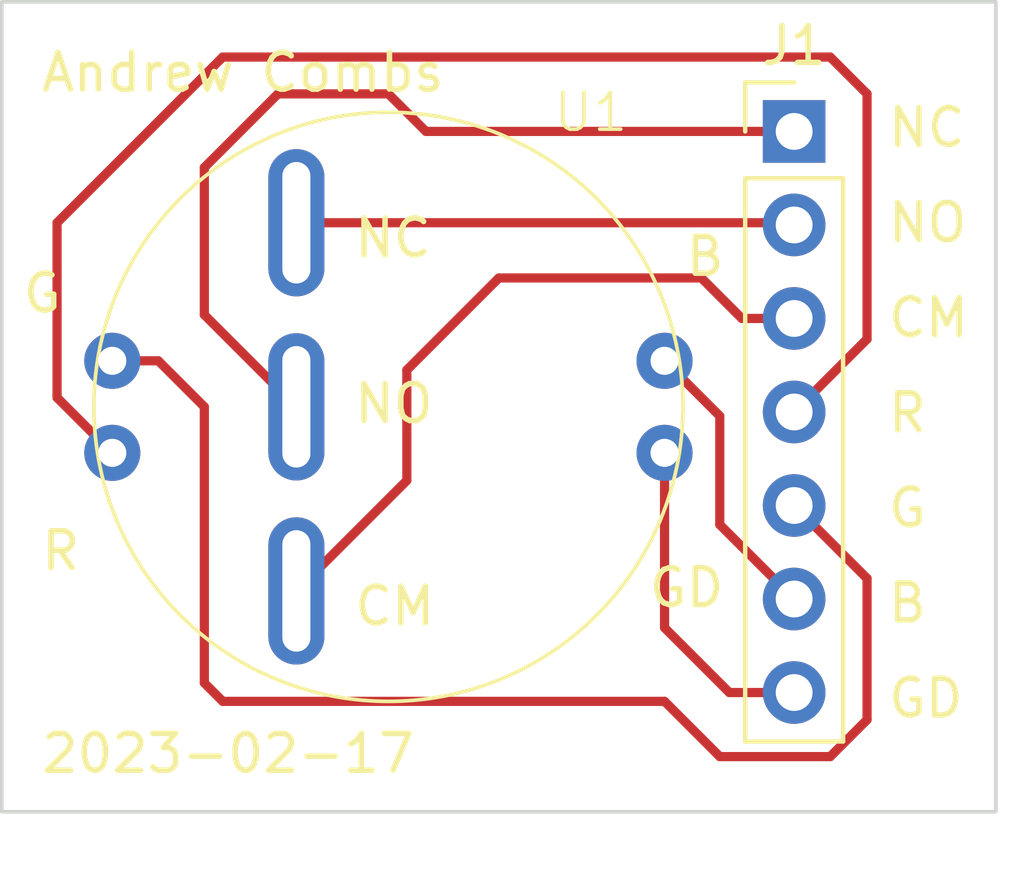
<source format=kicad_pcb>
(kicad_pcb (version 20221018) (generator pcbnew)
  (layers (0 "F.Cu" signal) (31 "B.Cu" signal) (34 "B.Paste" user) (35 "F.Paste" user) (36 "B.SilkS" user "B.Silkscreen") (37 "F.SilkS" user "F.Silkscreen") (38 "B.Mask" user) (39 "F.Mask" user) (44 "Edge.Cuts" user))
  (net 0 "")
  (net 1 "Net-(J1-Pin_1)")
  (net 2 "Net-(J1-Pin_2)")
  (net 3 "Net-(J1-Pin_3)")
  (net 4 "Net-(J1-Pin_4)")
  (net 5 "Net-(J1-Pin_5)")
  (net 6 "Net-(J1-Pin_6)")
  (net 7 "Net-(J1-Pin_7)")
  (footprint "Connector_PinHeader_2.54mm:PinHeader_1x07_P2.54mm_Vertical" (layer "F.Cu") (at 160.02 96.52)
    (fp_text reference "J1" (at 0 -2.33) (layer "F.SilkS"))
    (fp_text value "Conn_01x07_Pin")
    (fp_line (start -1.33 -1.33) (end 0 -1.33) (stroke (width 0.12)) (layer "F.SilkS"))
    (fp_line (start -1.33 0) (end -1.33 -1.33) (stroke (width 0.12)) (layer "F.SilkS"))
    (fp_line (start -1.33 1.27) (end -1.33 16.57) (stroke (width 0.12)) (layer "F.SilkS"))
    (fp_line (start -1.33 1.27) (end 1.33 1.27) (stroke (width 0.12)) (layer "F.SilkS"))
    (fp_line (start -1.33 16.57) (end 1.33 16.57) (stroke (width 0.12)) (layer "F.SilkS"))
    (fp_line (start 1.33 1.27) (end 1.33 16.57) (stroke (width 0.12)) (layer "F.SilkS"))
    (pad "1" thru_hole rect (at 0 0) (size 1.7 1.7) (drill 1) (layers "*.Cu" "*.Mask") (net 1 "Net-(J1-Pin_1)"))
    (pad "2" thru_hole oval (at 0 2.54) (size 1.7 1.7) (drill 1) (layers "*.Cu" "*.Mask") (net 2 "Net-(J1-Pin_2)"))
    (pad "3" thru_hole oval (at 0 5.08) (size 1.7 1.7) (drill 1) (layers "*.Cu" "*.Mask") (net 3 "Net-(J1-Pin_3)"))
    (pad "4" thru_hole oval (at 0 7.62) (size 1.7 1.7) (drill 1) (layers "*.Cu" "*.Mask") (net 4 "Net-(J1-Pin_4)"))
    (pad "5" thru_hole oval (at 0 10.16) (size 1.7 1.7) (drill 1) (layers "*.Cu" "*.Mask") (net 5 "Net-(J1-Pin_5)"))
    (pad "6" thru_hole oval (at 0 12.7) (size 1.7 1.7) (drill 1) (layers "*.Cu" "*.Mask") (net 6 "Net-(J1-Pin_6)"))
    (pad "7" thru_hole oval (at 0 15.24) (size 1.7 1.7) (drill 1) (layers "*.Cu" "*.Mask") (net 7 "Net-(J1-Pin_7)"))
  )
  (footprint "RgbButtonLibrary:16mm SPDT Push Button w RGB LED Baomain" (layer "F.Cu") (at 149 104)
    (fp_text reference "U1" (at 5.5 -8 unlocked) (layer "F.SilkS") (effects (font (thickness 0.1))))
    (fp_text value "~")
    (fp_circle (center 0 0) (end 8 0) (stroke (width 0.1)) (fill none) (layer "F.SilkS"))
    (pad "B" thru_hole circle (at 7.5 -1.25) (size 1.524 1.524) (drill 0.762) (layers "*.Cu" "*.Mask") (net 6 "Net-(J1-Pin_6)"))
    (pad "COM" thru_hole oval (at -2.5 5) (size 1.524 4) (drill oval 0.762 3.3) (layers "*.Cu" "*.Mask") (net 3 "Net-(J1-Pin_3)"))
    (pad "G" thru_hole circle (at -7.5 -1.25) (size 1.524 1.524) (drill 0.762) (layers "*.Cu" "*.Mask") (net 5 "Net-(J1-Pin_5)"))
    (pad "GND" thru_hole circle (at 7.5 1.25) (size 1.524 1.524) (drill 0.762) (layers "*.Cu" "*.Mask") (net 7 "Net-(J1-Pin_7)"))
    (pad "NC" thru_hole oval (at -2.5 -5) (size 1.524 4) (drill oval 0.762 3.3) (layers "*.Cu" "*.Mask") (net 2 "Net-(J1-Pin_2)"))
    (pad "NO" thru_hole oval (at -2.5 0) (size 1.524 4) (drill oval 0.762 3.3) (layers "*.Cu" "*.Mask") (net 1 "Net-(J1-Pin_1)"))
    (pad "R" thru_hole circle (at -7.5 1.25) (size 1.524 1.524) (drill 0.762) (layers "*.Cu" "*.Mask") (net 4 "Net-(J1-Pin_4)"))
  )
  (gr_rect (start 138.5 93) (end 165.5 115) (stroke (width 0.1)) (fill none) (layer "Edge.Cuts"))
  (gr_text "NO\n" (at 162.5 99.583333) (layer "F.SilkS") (effects (font (size 1 1)) (justify left bottom)))
  (gr_text "B" (at 157 100.5) (layer "F.SilkS") (effects (font (size 1 1)) (justify left bottom)))
  (gr_text "CM" (at 148 110) (layer "F.SilkS") (effects (font (size 1 1)) (justify left bottom)))
  (gr_text "2023-02-17" (at 139.5 114) (layer "F.SilkS") (effects (font (size 1 1)) (justify left bottom)))
  (gr_text "NO\n" (at 148 104.5) (layer "F.SilkS") (effects (font (size 1 1)) (justify left bottom)))
  (gr_text "NC" (at 162.5 97) (layer "F.SilkS") (effects (font (size 1 1)) (justify left bottom)))
  (gr_text "R" (at 139.5 108.5) (layer "F.SilkS") (effects (font (size 1 1)) (justify left bottom)))
  (gr_text "GD" (at 162.5 112.5) (layer "F.SilkS") (effects (font (size 1 1)) (justify left bottom)))
  (gr_text "Andrew Combs" (at 139.5 95.5) (layer "F.SilkS") (effects (font (size 1 1)) (justify left bottom)))
  (gr_text "CM" (at 162.5 102.166666) (layer "F.SilkS") (effects (font (size 1 1)) (justify left bottom)))
  (gr_text "NC" (at 148 100) (layer "F.SilkS") (effects (font (size 1 1)) (justify left bottom)))
  (gr_text "G" (at 139 101.5) (layer "F.SilkS") (effects (font (size 1 1)) (justify left bottom)))
  (gr_text "R" (at 162.5 104.749999) (layer "F.SilkS") (effects (font (size 1 1)) (justify left bottom)))
  (gr_text "B" (at 162.5 109.916665) (layer "F.SilkS") (effects (font (size 1 1)) (justify left bottom)))
  (gr_text "GD" (at 156 109.5) (layer "F.SilkS") (effects (font (size 1 1)) (justify left bottom)))
  (gr_text "G" (at 162.5 107.333332) (layer "F.SilkS") (effects (font (size 1 1)) (justify left bottom)))
  (segment (start 146.5 104) (end 144 101.5) (width 0.25) (layer "F.Cu") (net 1))
  (segment (start 150.02 96.52) (end 160.02 96.52) (width 0.25) (layer "F.Cu") (net 1))
  (segment (start 149 95.5) (end 150.02 96.52) (width 0.25) (layer "F.Cu") (net 1))
  (segment (start 144 97.5) (end 146 95.5) (width 0.25) (layer "F.Cu") (net 1))
  (segment (start 146 95.5) (end 149 95.5) (width 0.25) (layer "F.Cu") (net 1))
  (segment (start 144 101.5) (end 144 97.5) (width 0.25) (layer "F.Cu") (net 1))
  (segment (start 159.96 99) (end 160.02 99.06) (width 0.25) (layer "F.Cu") (net 2))
  (segment (start 146.5 99) (end 159.96 99) (width 0.25) (layer "F.Cu") (net 2))
  (segment (start 158.6 101.6) (end 160.02 101.6) (width 0.25) (layer "F.Cu") (net 3))
  (segment (start 149.5 103) (end 152 100.5) (width 0.25) (layer "F.Cu") (net 3))
  (segment (start 149.5 106) (end 149.5 103) (width 0.25) (layer "F.Cu") (net 3))
  (segment (start 152 100.5) (end 157.5 100.5) (width 0.25) (layer "F.Cu") (net 3))
  (segment (start 146.5 109) (end 149.5 106) (width 0.25) (layer "F.Cu") (net 3))
  (segment (start 157.5 100.5) (end 158.6 101.6) (width 0.25) (layer "F.Cu") (net 3))
  (segment (start 162 102.16) (end 160.02 104.14) (width 0.25) (layer "F.Cu") (net 4))
  (segment (start 140 99) (end 144.5 94.5) (width 0.25) (layer "F.Cu") (net 4))
  (segment (start 140 103.75) (end 140 99) (width 0.25) (layer "F.Cu") (net 4))
  (segment (start 141.5 105.25) (end 140 103.75) (width 0.25) (layer "F.Cu") (net 4))
  (segment (start 161 94.5) (end 162 95.5) (width 0.25) (layer "F.Cu") (net 4))
  (segment (start 162 95.5) (end 162 102.16) (width 0.25) (layer "F.Cu") (net 4))
  (segment (start 144.5 94.5) (end 161 94.5) (width 0.25) (layer "F.Cu") (net 4))
  (segment (start 161 113.5) (end 162 112.5) (width 0.25) (layer "F.Cu") (net 5))
  (segment (start 156.5 112) (end 158 113.5) (width 0.25) (layer "F.Cu") (net 5))
  (segment (start 162 108.66) (end 160.02 106.68) (width 0.25) (layer "F.Cu") (net 5))
  (segment (start 144 111.5) (end 144.5 112) (width 0.25) (layer "F.Cu") (net 5))
  (segment (start 144 104) (end 144 111.5) (width 0.25) (layer "F.Cu") (net 5))
  (segment (start 142.75 102.75) (end 144 104) (width 0.25) (layer "F.Cu") (net 5))
  (segment (start 141.5 102.75) (end 142.75 102.75) (width 0.25) (layer "F.Cu") (net 5))
  (segment (start 158 113.5) (end 161 113.5) (width 0.25) (layer "F.Cu") (net 5))
  (segment (start 144.5 112) (end 156.5 112) (width 0.25) (layer "F.Cu") (net 5))
  (segment (start 162 112.5) (end 162 108.66) (width 0.25) (layer "F.Cu") (net 5))
  (segment (start 158 107.2) (end 160.02 109.22) (width 0.25) (layer "F.Cu") (net 6))
  (segment (start 156.5 102.75) (end 158 104.25) (width 0.25) (layer "F.Cu") (net 6))
  (segment (start 158 104.25) (end 158 107.2) (width 0.25) (layer "F.Cu") (net 6))
  (segment (start 156.5 105.25) (end 156.5 110) (width 0.25) (layer "F.Cu") (net 7))
  (segment (start 156.5 110) (end 158.26 111.76) (width 0.25) (layer "F.Cu") (net 7))
  (segment (start 158.26 111.76) (end 160.02 111.76) (width 0.25) (layer "F.Cu") (net 7))
)
</source>
